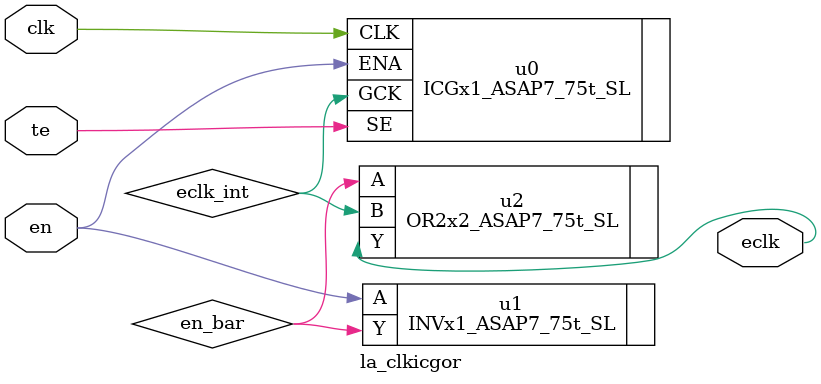
<source format=v>

module la_clkicgor #(
    parameter PROP = "DEFAULT"
) (
    input  clk,  // clock input
    input  te,   // test enable
    input  en,   // enable
    output eclk  // enabled clock output
);

    // reg en_stable;

    // always @(clk or en or te) if (clk) en_stable <= en | te;

    // assign eclk = clk | ~en_stable;

wire eclk_int;
wire en_bar;

ICGx1_ASAP7_75t_SL u0(.CLK(clk), .ENA(en), .SE(te), .GCK(eclk_int));

INVx1_ASAP7_75t_SL u1(.A(en), .Y(en_bar));
OR2x2_ASAP7_75t_SL u2(.A(en_bar), .B(eclk_int), .Y(eclk));

endmodule

</source>
